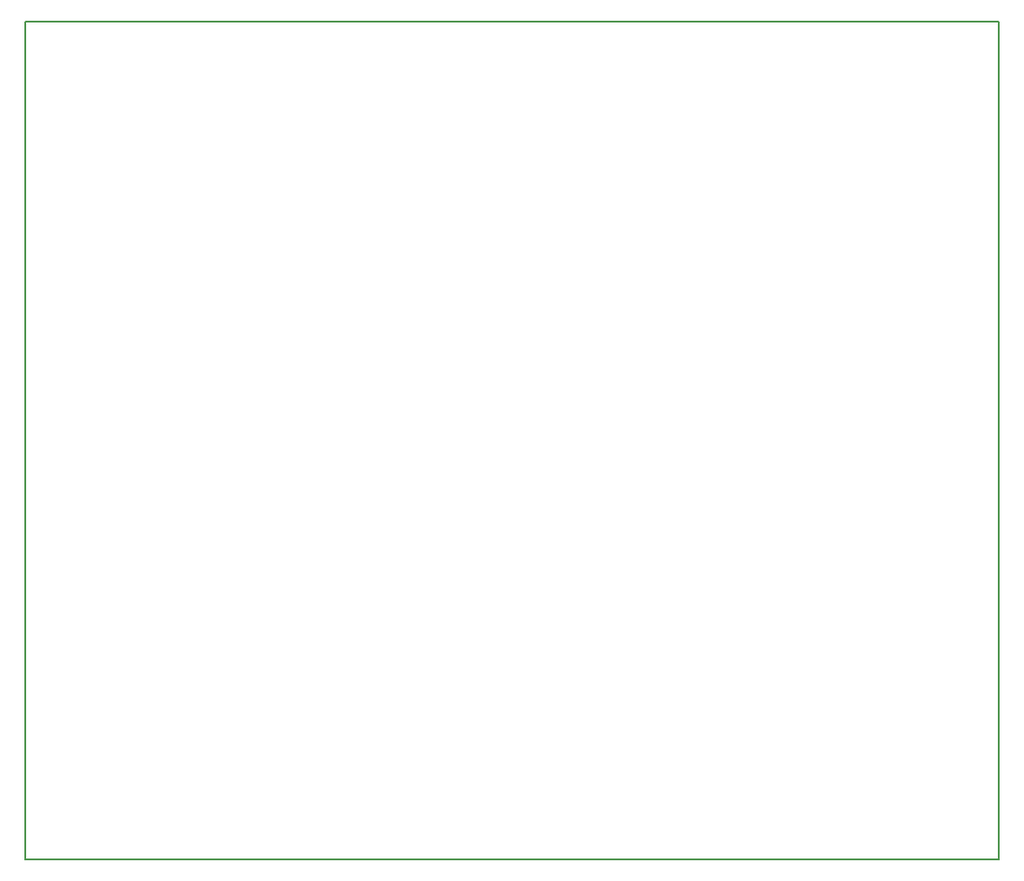
<source format=gbr>
G04 #@! TF.GenerationSoftware,KiCad,Pcbnew,(5.0.0-rc2-dev-179-gab3780148)*
G04 #@! TF.CreationDate,2018-03-14T15:03:32-05:00*
G04 #@! TF.ProjectId,weather_station,776561746865725F73746174696F6E2E,rev?*
G04 #@! TF.SameCoordinates,Original*
G04 #@! TF.FileFunction,Profile,NP*
%FSLAX46Y46*%
G04 Gerber Fmt 4.6, Leading zero omitted, Abs format (unit mm)*
G04 Created by KiCad (PCBNEW (5.0.0-rc2-dev-179-gab3780148)) date 03/14/18 15:03:32*
%MOMM*%
%LPD*%
G01*
G04 APERTURE LIST*
%ADD10C,0.150000*%
G04 APERTURE END LIST*
D10*
X43180000Y-43180000D02*
X134620000Y-43180000D01*
X43180000Y-121920000D02*
X43180000Y-43180000D01*
X134620000Y-121920000D02*
X43180000Y-121920000D01*
X134620000Y-43180000D02*
X134620000Y-121920000D01*
M02*

</source>
